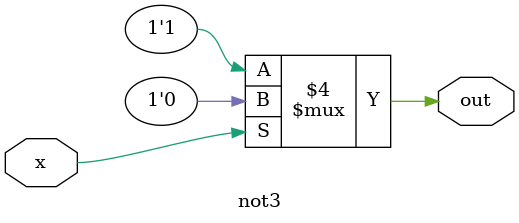
<source format=v>


module and3(x,y,out);
input x,y;
output reg out;
always@(*)
begin
if(x==0||y==0)
out = 1'b0;
else
out = 1'b1;
end
endmodule

module or3(x,y,out);
input x,y;
output reg out;
always@(*)
begin
if(x==0&&y==0)
out = 1'b0;
else
out = 1'b1;
end
endmodule

module not3(x,out);
input x;
output reg out;
always@(*)
begin
if(x==0)
out = 1'b1;
else
out = 1'b0;
end
endmodule

</source>
